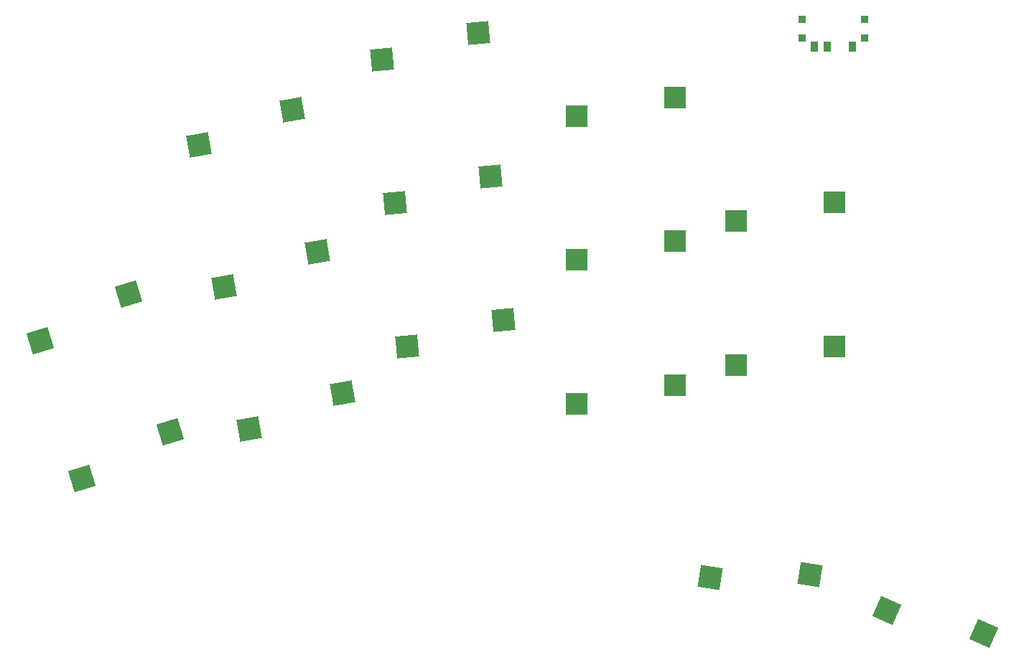
<source format=gtp>
%TF.GenerationSoftware,KiCad,Pcbnew,(6.0.4-0)*%
%TF.CreationDate,2022-05-24T13:00:26+02:00*%
%TF.ProjectId,battoota,62617474-6f6f-4746-912e-6b696361645f,v1.0.0*%
%TF.SameCoordinates,Original*%
%TF.FileFunction,Paste,Top*%
%TF.FilePolarity,Positive*%
%FSLAX46Y46*%
G04 Gerber Fmt 4.6, Leading zero omitted, Abs format (unit mm)*
G04 Created by KiCad (PCBNEW (6.0.4-0)) date 2022-05-24 13:00:26*
%MOMM*%
%LPD*%
G01*
G04 APERTURE LIST*
G04 Aperture macros list*
%AMRotRect*
0 Rectangle, with rotation*
0 The origin of the aperture is its center*
0 $1 length*
0 $2 width*
0 $3 Rotation angle, in degrees counterclockwise*
0 Add horizontal line*
21,1,$1,$2,0,0,$3*%
G04 Aperture macros list end*
%ADD10R,0.900000X0.900000*%
%ADD11R,0.900000X1.250000*%
%ADD12RotRect,2.600000X2.600000X10.000000*%
%ADD13RotRect,2.600000X2.600000X5.000000*%
%ADD14R,2.600000X2.600000*%
%ADD15RotRect,2.600000X2.600000X336.000000*%
%ADD16RotRect,2.600000X2.600000X17.000000*%
%ADD17RotRect,2.600000X2.600000X351.000000*%
G04 APERTURE END LIST*
D10*
%TO.C,T1*%
X141095791Y119619254D03*
X133695791Y121819254D03*
X141095791Y121819254D03*
X133695791Y119619254D03*
D11*
X139645791Y118644254D03*
X136645791Y118644254D03*
X135145791Y118644254D03*
%TD*%
D12*
%TO.C,S11*%
X73579149Y111173371D03*
X62586645Y107001157D03*
%TD*%
D13*
%TO.C,S15*%
X96965604Y103326961D03*
X85651298Y100128683D03*
%TD*%
D14*
%TO.C,S21*%
X118686087Y95636017D03*
X107136087Y93436017D03*
%TD*%
%TO.C,S29*%
X137493280Y100228852D03*
X125943280Y98028852D03*
%TD*%
D15*
%TO.C,S33*%
X155126735Y49341787D03*
X143680465Y52029795D03*
%TD*%
D12*
%TO.C,S7*%
X79483187Y77689907D03*
X68490683Y73517693D03*
%TD*%
D16*
%TO.C,S5*%
X54234545Y89377494D03*
X43832443Y83896730D03*
%TD*%
D14*
%TO.C,S27*%
X137493280Y83228852D03*
X125943280Y81028852D03*
%TD*%
D12*
%TO.C,S9*%
X76531168Y94431639D03*
X65538664Y90259425D03*
%TD*%
D13*
%TO.C,S13*%
X98447252Y86391651D03*
X87132946Y83193373D03*
%TD*%
%TO.C,S17*%
X95483957Y120262271D03*
X84169651Y117063993D03*
%TD*%
D17*
%TO.C,S31*%
X134641582Y56301432D03*
X122889626Y55935335D03*
%TD*%
D16*
%TO.C,S3*%
X59204864Y73120313D03*
X48802762Y67639549D03*
%TD*%
D14*
%TO.C,S23*%
X118686087Y112636017D03*
X107136087Y110436017D03*
%TD*%
%TO.C,S19*%
X118686087Y78636017D03*
X107136087Y76436017D03*
%TD*%
M02*

</source>
